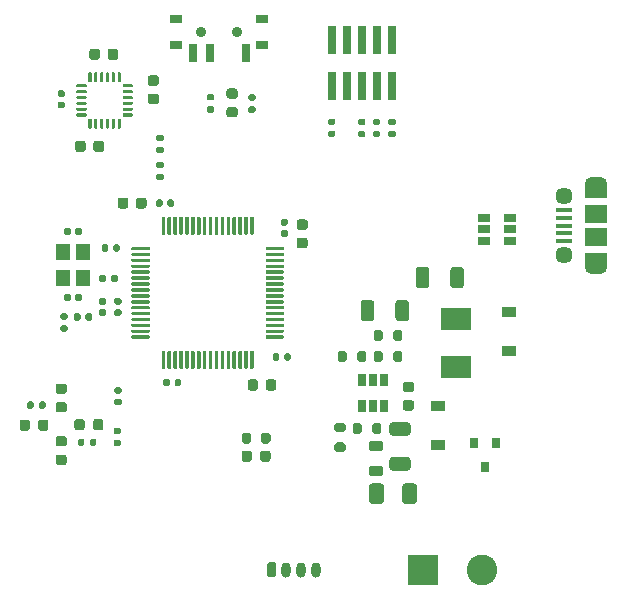
<source format=gbr>
%TF.GenerationSoftware,KiCad,Pcbnew,(5.1.10)-1*%
%TF.CreationDate,2021-09-20T20:27:13+02:00*%
%TF.ProjectId,STM32F405RG +  Gyro + I2C,53544d33-3246-4343-9035-5247202b2020,rev?*%
%TF.SameCoordinates,Original*%
%TF.FileFunction,Soldermask,Top*%
%TF.FilePolarity,Negative*%
%FSLAX46Y46*%
G04 Gerber Fmt 4.6, Leading zero omitted, Abs format (unit mm)*
G04 Created by KiCad (PCBNEW (5.1.10)-1) date 2021-09-20 20:27:13*
%MOMM*%
%LPD*%
G01*
G04 APERTURE LIST*
%ADD10R,0.740000X2.400000*%
%ADD11R,1.060000X0.650000*%
%ADD12R,1.900000X1.200000*%
%ADD13O,1.900000X1.200000*%
%ADD14R,1.900000X1.500000*%
%ADD15C,1.450000*%
%ADD16R,1.350000X0.400000*%
%ADD17R,1.200000X1.400000*%
%ADD18R,0.650000X1.060000*%
%ADD19R,1.000000X0.800000*%
%ADD20R,0.700000X1.500000*%
%ADD21C,0.900000*%
%ADD22R,0.800000X0.900000*%
%ADD23R,2.500000X1.900000*%
%ADD24C,2.600000*%
%ADD25R,2.600000X2.600000*%
%ADD26O,0.800000X1.300000*%
%ADD27R,1.200000X0.900000*%
G04 APERTURE END LIST*
%TO.C,C21*%
G36*
G01*
X140150000Y-85125000D02*
X140650000Y-85125000D01*
G75*
G02*
X140875000Y-85350000I0J-225000D01*
G01*
X140875000Y-85800000D01*
G75*
G02*
X140650000Y-86025000I-225000J0D01*
G01*
X140150000Y-86025000D01*
G75*
G02*
X139925000Y-85800000I0J225000D01*
G01*
X139925000Y-85350000D01*
G75*
G02*
X140150000Y-85125000I225000J0D01*
G01*
G37*
G36*
G01*
X140150000Y-83575000D02*
X140650000Y-83575000D01*
G75*
G02*
X140875000Y-83800000I0J-225000D01*
G01*
X140875000Y-84250000D01*
G75*
G02*
X140650000Y-84475000I-225000J0D01*
G01*
X140150000Y-84475000D01*
G75*
G02*
X139925000Y-84250000I0J225000D01*
G01*
X139925000Y-83800000D01*
G75*
G02*
X140150000Y-83575000I225000J0D01*
G01*
G37*
%TD*%
%TO.C,C20*%
G36*
G01*
X163750000Y-100049999D02*
X163750000Y-101350001D01*
G75*
G02*
X163500001Y-101600000I-249999J0D01*
G01*
X162849999Y-101600000D01*
G75*
G02*
X162600000Y-101350001I0J249999D01*
G01*
X162600000Y-100049999D01*
G75*
G02*
X162849999Y-99800000I249999J0D01*
G01*
X163500001Y-99800000D01*
G75*
G02*
X163750000Y-100049999I0J-249999D01*
G01*
G37*
G36*
G01*
X166700000Y-100049999D02*
X166700000Y-101350001D01*
G75*
G02*
X166450001Y-101600000I-249999J0D01*
G01*
X165799999Y-101600000D01*
G75*
G02*
X165550000Y-101350001I0J249999D01*
G01*
X165550000Y-100049999D01*
G75*
G02*
X165799999Y-99800000I249999J0D01*
G01*
X166450001Y-99800000D01*
G75*
G02*
X166700000Y-100049999I0J-249999D01*
G01*
G37*
%TD*%
D10*
%TO.C,J3*%
X155500000Y-84490000D03*
X155500000Y-80590000D03*
X156770000Y-84490000D03*
X156770000Y-80590000D03*
X158040000Y-84490000D03*
X158040000Y-80590000D03*
X159310000Y-84490000D03*
X159310000Y-80590000D03*
X160580000Y-84490000D03*
X160580000Y-80590000D03*
%TD*%
%TO.C,U4*%
G36*
G01*
X141100000Y-97025000D02*
X141100000Y-95625000D01*
G75*
G02*
X141175000Y-95550000I75000J0D01*
G01*
X141325000Y-95550000D01*
G75*
G02*
X141400000Y-95625000I0J-75000D01*
G01*
X141400000Y-97025000D01*
G75*
G02*
X141325000Y-97100000I-75000J0D01*
G01*
X141175000Y-97100000D01*
G75*
G02*
X141100000Y-97025000I0J75000D01*
G01*
G37*
G36*
G01*
X141600000Y-97025000D02*
X141600000Y-95625000D01*
G75*
G02*
X141675000Y-95550000I75000J0D01*
G01*
X141825000Y-95550000D01*
G75*
G02*
X141900000Y-95625000I0J-75000D01*
G01*
X141900000Y-97025000D01*
G75*
G02*
X141825000Y-97100000I-75000J0D01*
G01*
X141675000Y-97100000D01*
G75*
G02*
X141600000Y-97025000I0J75000D01*
G01*
G37*
G36*
G01*
X142100000Y-97025000D02*
X142100000Y-95625000D01*
G75*
G02*
X142175000Y-95550000I75000J0D01*
G01*
X142325000Y-95550000D01*
G75*
G02*
X142400000Y-95625000I0J-75000D01*
G01*
X142400000Y-97025000D01*
G75*
G02*
X142325000Y-97100000I-75000J0D01*
G01*
X142175000Y-97100000D01*
G75*
G02*
X142100000Y-97025000I0J75000D01*
G01*
G37*
G36*
G01*
X142600000Y-97025000D02*
X142600000Y-95625000D01*
G75*
G02*
X142675000Y-95550000I75000J0D01*
G01*
X142825000Y-95550000D01*
G75*
G02*
X142900000Y-95625000I0J-75000D01*
G01*
X142900000Y-97025000D01*
G75*
G02*
X142825000Y-97100000I-75000J0D01*
G01*
X142675000Y-97100000D01*
G75*
G02*
X142600000Y-97025000I0J75000D01*
G01*
G37*
G36*
G01*
X143100000Y-97025000D02*
X143100000Y-95625000D01*
G75*
G02*
X143175000Y-95550000I75000J0D01*
G01*
X143325000Y-95550000D01*
G75*
G02*
X143400000Y-95625000I0J-75000D01*
G01*
X143400000Y-97025000D01*
G75*
G02*
X143325000Y-97100000I-75000J0D01*
G01*
X143175000Y-97100000D01*
G75*
G02*
X143100000Y-97025000I0J75000D01*
G01*
G37*
G36*
G01*
X143600000Y-97025000D02*
X143600000Y-95625000D01*
G75*
G02*
X143675000Y-95550000I75000J0D01*
G01*
X143825000Y-95550000D01*
G75*
G02*
X143900000Y-95625000I0J-75000D01*
G01*
X143900000Y-97025000D01*
G75*
G02*
X143825000Y-97100000I-75000J0D01*
G01*
X143675000Y-97100000D01*
G75*
G02*
X143600000Y-97025000I0J75000D01*
G01*
G37*
G36*
G01*
X144100000Y-97025000D02*
X144100000Y-95625000D01*
G75*
G02*
X144175000Y-95550000I75000J0D01*
G01*
X144325000Y-95550000D01*
G75*
G02*
X144400000Y-95625000I0J-75000D01*
G01*
X144400000Y-97025000D01*
G75*
G02*
X144325000Y-97100000I-75000J0D01*
G01*
X144175000Y-97100000D01*
G75*
G02*
X144100000Y-97025000I0J75000D01*
G01*
G37*
G36*
G01*
X144600000Y-97025000D02*
X144600000Y-95625000D01*
G75*
G02*
X144675000Y-95550000I75000J0D01*
G01*
X144825000Y-95550000D01*
G75*
G02*
X144900000Y-95625000I0J-75000D01*
G01*
X144900000Y-97025000D01*
G75*
G02*
X144825000Y-97100000I-75000J0D01*
G01*
X144675000Y-97100000D01*
G75*
G02*
X144600000Y-97025000I0J75000D01*
G01*
G37*
G36*
G01*
X145100000Y-97025000D02*
X145100000Y-95625000D01*
G75*
G02*
X145175000Y-95550000I75000J0D01*
G01*
X145325000Y-95550000D01*
G75*
G02*
X145400000Y-95625000I0J-75000D01*
G01*
X145400000Y-97025000D01*
G75*
G02*
X145325000Y-97100000I-75000J0D01*
G01*
X145175000Y-97100000D01*
G75*
G02*
X145100000Y-97025000I0J75000D01*
G01*
G37*
G36*
G01*
X145600000Y-97025000D02*
X145600000Y-95625000D01*
G75*
G02*
X145675000Y-95550000I75000J0D01*
G01*
X145825000Y-95550000D01*
G75*
G02*
X145900000Y-95625000I0J-75000D01*
G01*
X145900000Y-97025000D01*
G75*
G02*
X145825000Y-97100000I-75000J0D01*
G01*
X145675000Y-97100000D01*
G75*
G02*
X145600000Y-97025000I0J75000D01*
G01*
G37*
G36*
G01*
X146100000Y-97025000D02*
X146100000Y-95625000D01*
G75*
G02*
X146175000Y-95550000I75000J0D01*
G01*
X146325000Y-95550000D01*
G75*
G02*
X146400000Y-95625000I0J-75000D01*
G01*
X146400000Y-97025000D01*
G75*
G02*
X146325000Y-97100000I-75000J0D01*
G01*
X146175000Y-97100000D01*
G75*
G02*
X146100000Y-97025000I0J75000D01*
G01*
G37*
G36*
G01*
X146600000Y-97025000D02*
X146600000Y-95625000D01*
G75*
G02*
X146675000Y-95550000I75000J0D01*
G01*
X146825000Y-95550000D01*
G75*
G02*
X146900000Y-95625000I0J-75000D01*
G01*
X146900000Y-97025000D01*
G75*
G02*
X146825000Y-97100000I-75000J0D01*
G01*
X146675000Y-97100000D01*
G75*
G02*
X146600000Y-97025000I0J75000D01*
G01*
G37*
G36*
G01*
X147100000Y-97025000D02*
X147100000Y-95625000D01*
G75*
G02*
X147175000Y-95550000I75000J0D01*
G01*
X147325000Y-95550000D01*
G75*
G02*
X147400000Y-95625000I0J-75000D01*
G01*
X147400000Y-97025000D01*
G75*
G02*
X147325000Y-97100000I-75000J0D01*
G01*
X147175000Y-97100000D01*
G75*
G02*
X147100000Y-97025000I0J75000D01*
G01*
G37*
G36*
G01*
X147600000Y-97025000D02*
X147600000Y-95625000D01*
G75*
G02*
X147675000Y-95550000I75000J0D01*
G01*
X147825000Y-95550000D01*
G75*
G02*
X147900000Y-95625000I0J-75000D01*
G01*
X147900000Y-97025000D01*
G75*
G02*
X147825000Y-97100000I-75000J0D01*
G01*
X147675000Y-97100000D01*
G75*
G02*
X147600000Y-97025000I0J75000D01*
G01*
G37*
G36*
G01*
X148100000Y-97025000D02*
X148100000Y-95625000D01*
G75*
G02*
X148175000Y-95550000I75000J0D01*
G01*
X148325000Y-95550000D01*
G75*
G02*
X148400000Y-95625000I0J-75000D01*
G01*
X148400000Y-97025000D01*
G75*
G02*
X148325000Y-97100000I-75000J0D01*
G01*
X148175000Y-97100000D01*
G75*
G02*
X148100000Y-97025000I0J75000D01*
G01*
G37*
G36*
G01*
X148600000Y-97025000D02*
X148600000Y-95625000D01*
G75*
G02*
X148675000Y-95550000I75000J0D01*
G01*
X148825000Y-95550000D01*
G75*
G02*
X148900000Y-95625000I0J-75000D01*
G01*
X148900000Y-97025000D01*
G75*
G02*
X148825000Y-97100000I-75000J0D01*
G01*
X148675000Y-97100000D01*
G75*
G02*
X148600000Y-97025000I0J75000D01*
G01*
G37*
G36*
G01*
X149900000Y-98325000D02*
X149900000Y-98175000D01*
G75*
G02*
X149975000Y-98100000I75000J0D01*
G01*
X151375000Y-98100000D01*
G75*
G02*
X151450000Y-98175000I0J-75000D01*
G01*
X151450000Y-98325000D01*
G75*
G02*
X151375000Y-98400000I-75000J0D01*
G01*
X149975000Y-98400000D01*
G75*
G02*
X149900000Y-98325000I0J75000D01*
G01*
G37*
G36*
G01*
X149900000Y-98825000D02*
X149900000Y-98675000D01*
G75*
G02*
X149975000Y-98600000I75000J0D01*
G01*
X151375000Y-98600000D01*
G75*
G02*
X151450000Y-98675000I0J-75000D01*
G01*
X151450000Y-98825000D01*
G75*
G02*
X151375000Y-98900000I-75000J0D01*
G01*
X149975000Y-98900000D01*
G75*
G02*
X149900000Y-98825000I0J75000D01*
G01*
G37*
G36*
G01*
X149900000Y-99325000D02*
X149900000Y-99175000D01*
G75*
G02*
X149975000Y-99100000I75000J0D01*
G01*
X151375000Y-99100000D01*
G75*
G02*
X151450000Y-99175000I0J-75000D01*
G01*
X151450000Y-99325000D01*
G75*
G02*
X151375000Y-99400000I-75000J0D01*
G01*
X149975000Y-99400000D01*
G75*
G02*
X149900000Y-99325000I0J75000D01*
G01*
G37*
G36*
G01*
X149900000Y-99825000D02*
X149900000Y-99675000D01*
G75*
G02*
X149975000Y-99600000I75000J0D01*
G01*
X151375000Y-99600000D01*
G75*
G02*
X151450000Y-99675000I0J-75000D01*
G01*
X151450000Y-99825000D01*
G75*
G02*
X151375000Y-99900000I-75000J0D01*
G01*
X149975000Y-99900000D01*
G75*
G02*
X149900000Y-99825000I0J75000D01*
G01*
G37*
G36*
G01*
X149900000Y-100325000D02*
X149900000Y-100175000D01*
G75*
G02*
X149975000Y-100100000I75000J0D01*
G01*
X151375000Y-100100000D01*
G75*
G02*
X151450000Y-100175000I0J-75000D01*
G01*
X151450000Y-100325000D01*
G75*
G02*
X151375000Y-100400000I-75000J0D01*
G01*
X149975000Y-100400000D01*
G75*
G02*
X149900000Y-100325000I0J75000D01*
G01*
G37*
G36*
G01*
X149900000Y-100825000D02*
X149900000Y-100675000D01*
G75*
G02*
X149975000Y-100600000I75000J0D01*
G01*
X151375000Y-100600000D01*
G75*
G02*
X151450000Y-100675000I0J-75000D01*
G01*
X151450000Y-100825000D01*
G75*
G02*
X151375000Y-100900000I-75000J0D01*
G01*
X149975000Y-100900000D01*
G75*
G02*
X149900000Y-100825000I0J75000D01*
G01*
G37*
G36*
G01*
X149900000Y-101325000D02*
X149900000Y-101175000D01*
G75*
G02*
X149975000Y-101100000I75000J0D01*
G01*
X151375000Y-101100000D01*
G75*
G02*
X151450000Y-101175000I0J-75000D01*
G01*
X151450000Y-101325000D01*
G75*
G02*
X151375000Y-101400000I-75000J0D01*
G01*
X149975000Y-101400000D01*
G75*
G02*
X149900000Y-101325000I0J75000D01*
G01*
G37*
G36*
G01*
X149900000Y-101825000D02*
X149900000Y-101675000D01*
G75*
G02*
X149975000Y-101600000I75000J0D01*
G01*
X151375000Y-101600000D01*
G75*
G02*
X151450000Y-101675000I0J-75000D01*
G01*
X151450000Y-101825000D01*
G75*
G02*
X151375000Y-101900000I-75000J0D01*
G01*
X149975000Y-101900000D01*
G75*
G02*
X149900000Y-101825000I0J75000D01*
G01*
G37*
G36*
G01*
X149900000Y-102325000D02*
X149900000Y-102175000D01*
G75*
G02*
X149975000Y-102100000I75000J0D01*
G01*
X151375000Y-102100000D01*
G75*
G02*
X151450000Y-102175000I0J-75000D01*
G01*
X151450000Y-102325000D01*
G75*
G02*
X151375000Y-102400000I-75000J0D01*
G01*
X149975000Y-102400000D01*
G75*
G02*
X149900000Y-102325000I0J75000D01*
G01*
G37*
G36*
G01*
X149900000Y-102825000D02*
X149900000Y-102675000D01*
G75*
G02*
X149975000Y-102600000I75000J0D01*
G01*
X151375000Y-102600000D01*
G75*
G02*
X151450000Y-102675000I0J-75000D01*
G01*
X151450000Y-102825000D01*
G75*
G02*
X151375000Y-102900000I-75000J0D01*
G01*
X149975000Y-102900000D01*
G75*
G02*
X149900000Y-102825000I0J75000D01*
G01*
G37*
G36*
G01*
X149900000Y-103325000D02*
X149900000Y-103175000D01*
G75*
G02*
X149975000Y-103100000I75000J0D01*
G01*
X151375000Y-103100000D01*
G75*
G02*
X151450000Y-103175000I0J-75000D01*
G01*
X151450000Y-103325000D01*
G75*
G02*
X151375000Y-103400000I-75000J0D01*
G01*
X149975000Y-103400000D01*
G75*
G02*
X149900000Y-103325000I0J75000D01*
G01*
G37*
G36*
G01*
X149900000Y-103825000D02*
X149900000Y-103675000D01*
G75*
G02*
X149975000Y-103600000I75000J0D01*
G01*
X151375000Y-103600000D01*
G75*
G02*
X151450000Y-103675000I0J-75000D01*
G01*
X151450000Y-103825000D01*
G75*
G02*
X151375000Y-103900000I-75000J0D01*
G01*
X149975000Y-103900000D01*
G75*
G02*
X149900000Y-103825000I0J75000D01*
G01*
G37*
G36*
G01*
X149900000Y-104325000D02*
X149900000Y-104175000D01*
G75*
G02*
X149975000Y-104100000I75000J0D01*
G01*
X151375000Y-104100000D01*
G75*
G02*
X151450000Y-104175000I0J-75000D01*
G01*
X151450000Y-104325000D01*
G75*
G02*
X151375000Y-104400000I-75000J0D01*
G01*
X149975000Y-104400000D01*
G75*
G02*
X149900000Y-104325000I0J75000D01*
G01*
G37*
G36*
G01*
X149900000Y-104825000D02*
X149900000Y-104675000D01*
G75*
G02*
X149975000Y-104600000I75000J0D01*
G01*
X151375000Y-104600000D01*
G75*
G02*
X151450000Y-104675000I0J-75000D01*
G01*
X151450000Y-104825000D01*
G75*
G02*
X151375000Y-104900000I-75000J0D01*
G01*
X149975000Y-104900000D01*
G75*
G02*
X149900000Y-104825000I0J75000D01*
G01*
G37*
G36*
G01*
X149900000Y-105325000D02*
X149900000Y-105175000D01*
G75*
G02*
X149975000Y-105100000I75000J0D01*
G01*
X151375000Y-105100000D01*
G75*
G02*
X151450000Y-105175000I0J-75000D01*
G01*
X151450000Y-105325000D01*
G75*
G02*
X151375000Y-105400000I-75000J0D01*
G01*
X149975000Y-105400000D01*
G75*
G02*
X149900000Y-105325000I0J75000D01*
G01*
G37*
G36*
G01*
X149900000Y-105825000D02*
X149900000Y-105675000D01*
G75*
G02*
X149975000Y-105600000I75000J0D01*
G01*
X151375000Y-105600000D01*
G75*
G02*
X151450000Y-105675000I0J-75000D01*
G01*
X151450000Y-105825000D01*
G75*
G02*
X151375000Y-105900000I-75000J0D01*
G01*
X149975000Y-105900000D01*
G75*
G02*
X149900000Y-105825000I0J75000D01*
G01*
G37*
G36*
G01*
X148600000Y-108375000D02*
X148600000Y-106975000D01*
G75*
G02*
X148675000Y-106900000I75000J0D01*
G01*
X148825000Y-106900000D01*
G75*
G02*
X148900000Y-106975000I0J-75000D01*
G01*
X148900000Y-108375000D01*
G75*
G02*
X148825000Y-108450000I-75000J0D01*
G01*
X148675000Y-108450000D01*
G75*
G02*
X148600000Y-108375000I0J75000D01*
G01*
G37*
G36*
G01*
X148100000Y-108375000D02*
X148100000Y-106975000D01*
G75*
G02*
X148175000Y-106900000I75000J0D01*
G01*
X148325000Y-106900000D01*
G75*
G02*
X148400000Y-106975000I0J-75000D01*
G01*
X148400000Y-108375000D01*
G75*
G02*
X148325000Y-108450000I-75000J0D01*
G01*
X148175000Y-108450000D01*
G75*
G02*
X148100000Y-108375000I0J75000D01*
G01*
G37*
G36*
G01*
X147600000Y-108375000D02*
X147600000Y-106975000D01*
G75*
G02*
X147675000Y-106900000I75000J0D01*
G01*
X147825000Y-106900000D01*
G75*
G02*
X147900000Y-106975000I0J-75000D01*
G01*
X147900000Y-108375000D01*
G75*
G02*
X147825000Y-108450000I-75000J0D01*
G01*
X147675000Y-108450000D01*
G75*
G02*
X147600000Y-108375000I0J75000D01*
G01*
G37*
G36*
G01*
X147100000Y-108375000D02*
X147100000Y-106975000D01*
G75*
G02*
X147175000Y-106900000I75000J0D01*
G01*
X147325000Y-106900000D01*
G75*
G02*
X147400000Y-106975000I0J-75000D01*
G01*
X147400000Y-108375000D01*
G75*
G02*
X147325000Y-108450000I-75000J0D01*
G01*
X147175000Y-108450000D01*
G75*
G02*
X147100000Y-108375000I0J75000D01*
G01*
G37*
G36*
G01*
X146600000Y-108375000D02*
X146600000Y-106975000D01*
G75*
G02*
X146675000Y-106900000I75000J0D01*
G01*
X146825000Y-106900000D01*
G75*
G02*
X146900000Y-106975000I0J-75000D01*
G01*
X146900000Y-108375000D01*
G75*
G02*
X146825000Y-108450000I-75000J0D01*
G01*
X146675000Y-108450000D01*
G75*
G02*
X146600000Y-108375000I0J75000D01*
G01*
G37*
G36*
G01*
X146100000Y-108375000D02*
X146100000Y-106975000D01*
G75*
G02*
X146175000Y-106900000I75000J0D01*
G01*
X146325000Y-106900000D01*
G75*
G02*
X146400000Y-106975000I0J-75000D01*
G01*
X146400000Y-108375000D01*
G75*
G02*
X146325000Y-108450000I-75000J0D01*
G01*
X146175000Y-108450000D01*
G75*
G02*
X146100000Y-108375000I0J75000D01*
G01*
G37*
G36*
G01*
X145600000Y-108375000D02*
X145600000Y-106975000D01*
G75*
G02*
X145675000Y-106900000I75000J0D01*
G01*
X145825000Y-106900000D01*
G75*
G02*
X145900000Y-106975000I0J-75000D01*
G01*
X145900000Y-108375000D01*
G75*
G02*
X145825000Y-108450000I-75000J0D01*
G01*
X145675000Y-108450000D01*
G75*
G02*
X145600000Y-108375000I0J75000D01*
G01*
G37*
G36*
G01*
X145100000Y-108375000D02*
X145100000Y-106975000D01*
G75*
G02*
X145175000Y-106900000I75000J0D01*
G01*
X145325000Y-106900000D01*
G75*
G02*
X145400000Y-106975000I0J-75000D01*
G01*
X145400000Y-108375000D01*
G75*
G02*
X145325000Y-108450000I-75000J0D01*
G01*
X145175000Y-108450000D01*
G75*
G02*
X145100000Y-108375000I0J75000D01*
G01*
G37*
G36*
G01*
X144600000Y-108375000D02*
X144600000Y-106975000D01*
G75*
G02*
X144675000Y-106900000I75000J0D01*
G01*
X144825000Y-106900000D01*
G75*
G02*
X144900000Y-106975000I0J-75000D01*
G01*
X144900000Y-108375000D01*
G75*
G02*
X144825000Y-108450000I-75000J0D01*
G01*
X144675000Y-108450000D01*
G75*
G02*
X144600000Y-108375000I0J75000D01*
G01*
G37*
G36*
G01*
X144100000Y-108375000D02*
X144100000Y-106975000D01*
G75*
G02*
X144175000Y-106900000I75000J0D01*
G01*
X144325000Y-106900000D01*
G75*
G02*
X144400000Y-106975000I0J-75000D01*
G01*
X144400000Y-108375000D01*
G75*
G02*
X144325000Y-108450000I-75000J0D01*
G01*
X144175000Y-108450000D01*
G75*
G02*
X144100000Y-108375000I0J75000D01*
G01*
G37*
G36*
G01*
X143600000Y-108375000D02*
X143600000Y-106975000D01*
G75*
G02*
X143675000Y-106900000I75000J0D01*
G01*
X143825000Y-106900000D01*
G75*
G02*
X143900000Y-106975000I0J-75000D01*
G01*
X143900000Y-108375000D01*
G75*
G02*
X143825000Y-108450000I-75000J0D01*
G01*
X143675000Y-108450000D01*
G75*
G02*
X143600000Y-108375000I0J75000D01*
G01*
G37*
G36*
G01*
X143100000Y-108375000D02*
X143100000Y-106975000D01*
G75*
G02*
X143175000Y-106900000I75000J0D01*
G01*
X143325000Y-106900000D01*
G75*
G02*
X143400000Y-106975000I0J-75000D01*
G01*
X143400000Y-108375000D01*
G75*
G02*
X143325000Y-108450000I-75000J0D01*
G01*
X143175000Y-108450000D01*
G75*
G02*
X143100000Y-108375000I0J75000D01*
G01*
G37*
G36*
G01*
X142600000Y-108375000D02*
X142600000Y-106975000D01*
G75*
G02*
X142675000Y-106900000I75000J0D01*
G01*
X142825000Y-106900000D01*
G75*
G02*
X142900000Y-106975000I0J-75000D01*
G01*
X142900000Y-108375000D01*
G75*
G02*
X142825000Y-108450000I-75000J0D01*
G01*
X142675000Y-108450000D01*
G75*
G02*
X142600000Y-108375000I0J75000D01*
G01*
G37*
G36*
G01*
X142100000Y-108375000D02*
X142100000Y-106975000D01*
G75*
G02*
X142175000Y-106900000I75000J0D01*
G01*
X142325000Y-106900000D01*
G75*
G02*
X142400000Y-106975000I0J-75000D01*
G01*
X142400000Y-108375000D01*
G75*
G02*
X142325000Y-108450000I-75000J0D01*
G01*
X142175000Y-108450000D01*
G75*
G02*
X142100000Y-108375000I0J75000D01*
G01*
G37*
G36*
G01*
X141600000Y-108375000D02*
X141600000Y-106975000D01*
G75*
G02*
X141675000Y-106900000I75000J0D01*
G01*
X141825000Y-106900000D01*
G75*
G02*
X141900000Y-106975000I0J-75000D01*
G01*
X141900000Y-108375000D01*
G75*
G02*
X141825000Y-108450000I-75000J0D01*
G01*
X141675000Y-108450000D01*
G75*
G02*
X141600000Y-108375000I0J75000D01*
G01*
G37*
G36*
G01*
X141100000Y-108375000D02*
X141100000Y-106975000D01*
G75*
G02*
X141175000Y-106900000I75000J0D01*
G01*
X141325000Y-106900000D01*
G75*
G02*
X141400000Y-106975000I0J-75000D01*
G01*
X141400000Y-108375000D01*
G75*
G02*
X141325000Y-108450000I-75000J0D01*
G01*
X141175000Y-108450000D01*
G75*
G02*
X141100000Y-108375000I0J75000D01*
G01*
G37*
G36*
G01*
X138550000Y-105825000D02*
X138550000Y-105675000D01*
G75*
G02*
X138625000Y-105600000I75000J0D01*
G01*
X140025000Y-105600000D01*
G75*
G02*
X140100000Y-105675000I0J-75000D01*
G01*
X140100000Y-105825000D01*
G75*
G02*
X140025000Y-105900000I-75000J0D01*
G01*
X138625000Y-105900000D01*
G75*
G02*
X138550000Y-105825000I0J75000D01*
G01*
G37*
G36*
G01*
X138550000Y-105325000D02*
X138550000Y-105175000D01*
G75*
G02*
X138625000Y-105100000I75000J0D01*
G01*
X140025000Y-105100000D01*
G75*
G02*
X140100000Y-105175000I0J-75000D01*
G01*
X140100000Y-105325000D01*
G75*
G02*
X140025000Y-105400000I-75000J0D01*
G01*
X138625000Y-105400000D01*
G75*
G02*
X138550000Y-105325000I0J75000D01*
G01*
G37*
G36*
G01*
X138550000Y-104825000D02*
X138550000Y-104675000D01*
G75*
G02*
X138625000Y-104600000I75000J0D01*
G01*
X140025000Y-104600000D01*
G75*
G02*
X140100000Y-104675000I0J-75000D01*
G01*
X140100000Y-104825000D01*
G75*
G02*
X140025000Y-104900000I-75000J0D01*
G01*
X138625000Y-104900000D01*
G75*
G02*
X138550000Y-104825000I0J75000D01*
G01*
G37*
G36*
G01*
X138550000Y-104325000D02*
X138550000Y-104175000D01*
G75*
G02*
X138625000Y-104100000I75000J0D01*
G01*
X140025000Y-104100000D01*
G75*
G02*
X140100000Y-104175000I0J-75000D01*
G01*
X140100000Y-104325000D01*
G75*
G02*
X140025000Y-104400000I-75000J0D01*
G01*
X138625000Y-104400000D01*
G75*
G02*
X138550000Y-104325000I0J75000D01*
G01*
G37*
G36*
G01*
X138550000Y-103825000D02*
X138550000Y-103675000D01*
G75*
G02*
X138625000Y-103600000I75000J0D01*
G01*
X140025000Y-103600000D01*
G75*
G02*
X140100000Y-103675000I0J-75000D01*
G01*
X140100000Y-103825000D01*
G75*
G02*
X140025000Y-103900000I-75000J0D01*
G01*
X138625000Y-103900000D01*
G75*
G02*
X138550000Y-103825000I0J75000D01*
G01*
G37*
G36*
G01*
X138550000Y-103325000D02*
X138550000Y-103175000D01*
G75*
G02*
X138625000Y-103100000I75000J0D01*
G01*
X140025000Y-103100000D01*
G75*
G02*
X140100000Y-103175000I0J-75000D01*
G01*
X140100000Y-103325000D01*
G75*
G02*
X140025000Y-103400000I-75000J0D01*
G01*
X138625000Y-103400000D01*
G75*
G02*
X138550000Y-103325000I0J75000D01*
G01*
G37*
G36*
G01*
X138550000Y-102825000D02*
X138550000Y-102675000D01*
G75*
G02*
X138625000Y-102600000I75000J0D01*
G01*
X140025000Y-102600000D01*
G75*
G02*
X140100000Y-102675000I0J-75000D01*
G01*
X140100000Y-102825000D01*
G75*
G02*
X140025000Y-102900000I-75000J0D01*
G01*
X138625000Y-102900000D01*
G75*
G02*
X138550000Y-102825000I0J75000D01*
G01*
G37*
G36*
G01*
X138550000Y-102325000D02*
X138550000Y-102175000D01*
G75*
G02*
X138625000Y-102100000I75000J0D01*
G01*
X140025000Y-102100000D01*
G75*
G02*
X140100000Y-102175000I0J-75000D01*
G01*
X140100000Y-102325000D01*
G75*
G02*
X140025000Y-102400000I-75000J0D01*
G01*
X138625000Y-102400000D01*
G75*
G02*
X138550000Y-102325000I0J75000D01*
G01*
G37*
G36*
G01*
X138550000Y-101825000D02*
X138550000Y-101675000D01*
G75*
G02*
X138625000Y-101600000I75000J0D01*
G01*
X140025000Y-101600000D01*
G75*
G02*
X140100000Y-101675000I0J-75000D01*
G01*
X140100000Y-101825000D01*
G75*
G02*
X140025000Y-101900000I-75000J0D01*
G01*
X138625000Y-101900000D01*
G75*
G02*
X138550000Y-101825000I0J75000D01*
G01*
G37*
G36*
G01*
X138550000Y-101325000D02*
X138550000Y-101175000D01*
G75*
G02*
X138625000Y-101100000I75000J0D01*
G01*
X140025000Y-101100000D01*
G75*
G02*
X140100000Y-101175000I0J-75000D01*
G01*
X140100000Y-101325000D01*
G75*
G02*
X140025000Y-101400000I-75000J0D01*
G01*
X138625000Y-101400000D01*
G75*
G02*
X138550000Y-101325000I0J75000D01*
G01*
G37*
G36*
G01*
X138550000Y-100825000D02*
X138550000Y-100675000D01*
G75*
G02*
X138625000Y-100600000I75000J0D01*
G01*
X140025000Y-100600000D01*
G75*
G02*
X140100000Y-100675000I0J-75000D01*
G01*
X140100000Y-100825000D01*
G75*
G02*
X140025000Y-100900000I-75000J0D01*
G01*
X138625000Y-100900000D01*
G75*
G02*
X138550000Y-100825000I0J75000D01*
G01*
G37*
G36*
G01*
X138550000Y-100325000D02*
X138550000Y-100175000D01*
G75*
G02*
X138625000Y-100100000I75000J0D01*
G01*
X140025000Y-100100000D01*
G75*
G02*
X140100000Y-100175000I0J-75000D01*
G01*
X140100000Y-100325000D01*
G75*
G02*
X140025000Y-100400000I-75000J0D01*
G01*
X138625000Y-100400000D01*
G75*
G02*
X138550000Y-100325000I0J75000D01*
G01*
G37*
G36*
G01*
X138550000Y-99825000D02*
X138550000Y-99675000D01*
G75*
G02*
X138625000Y-99600000I75000J0D01*
G01*
X140025000Y-99600000D01*
G75*
G02*
X140100000Y-99675000I0J-75000D01*
G01*
X140100000Y-99825000D01*
G75*
G02*
X140025000Y-99900000I-75000J0D01*
G01*
X138625000Y-99900000D01*
G75*
G02*
X138550000Y-99825000I0J75000D01*
G01*
G37*
G36*
G01*
X138550000Y-99325000D02*
X138550000Y-99175000D01*
G75*
G02*
X138625000Y-99100000I75000J0D01*
G01*
X140025000Y-99100000D01*
G75*
G02*
X140100000Y-99175000I0J-75000D01*
G01*
X140100000Y-99325000D01*
G75*
G02*
X140025000Y-99400000I-75000J0D01*
G01*
X138625000Y-99400000D01*
G75*
G02*
X138550000Y-99325000I0J75000D01*
G01*
G37*
G36*
G01*
X138550000Y-98825000D02*
X138550000Y-98675000D01*
G75*
G02*
X138625000Y-98600000I75000J0D01*
G01*
X140025000Y-98600000D01*
G75*
G02*
X140100000Y-98675000I0J-75000D01*
G01*
X140100000Y-98825000D01*
G75*
G02*
X140025000Y-98900000I-75000J0D01*
G01*
X138625000Y-98900000D01*
G75*
G02*
X138550000Y-98825000I0J75000D01*
G01*
G37*
G36*
G01*
X138550000Y-98325000D02*
X138550000Y-98175000D01*
G75*
G02*
X138625000Y-98100000I75000J0D01*
G01*
X140025000Y-98100000D01*
G75*
G02*
X140100000Y-98175000I0J-75000D01*
G01*
X140100000Y-98325000D01*
G75*
G02*
X140025000Y-98400000I-75000J0D01*
G01*
X138625000Y-98400000D01*
G75*
G02*
X138550000Y-98325000I0J75000D01*
G01*
G37*
%TD*%
D11*
%TO.C,U3*%
X168400000Y-96625000D03*
X168400000Y-97575000D03*
X168400000Y-95675000D03*
X170600000Y-95675000D03*
X170600000Y-96625000D03*
X170600000Y-97575000D03*
%TD*%
D12*
%TO.C,J1*%
X177900000Y-99200000D03*
X177900000Y-93400000D03*
D13*
X177900000Y-92800000D03*
X177900000Y-99800000D03*
D14*
X177900000Y-97300000D03*
D15*
X175200000Y-93800000D03*
D16*
X175200000Y-96300000D03*
X175200000Y-95650000D03*
X175200000Y-95000000D03*
X175200000Y-97600000D03*
X175200000Y-96950000D03*
D15*
X175200000Y-98800000D03*
D14*
X177900000Y-95300000D03*
%TD*%
%TO.C,C8*%
G36*
G01*
X134675000Y-89350000D02*
X134675000Y-89850000D01*
G75*
G02*
X134450000Y-90075000I-225000J0D01*
G01*
X134000000Y-90075000D01*
G75*
G02*
X133775000Y-89850000I0J225000D01*
G01*
X133775000Y-89350000D01*
G75*
G02*
X134000000Y-89125000I225000J0D01*
G01*
X134450000Y-89125000D01*
G75*
G02*
X134675000Y-89350000I0J-225000D01*
G01*
G37*
G36*
G01*
X136225000Y-89350000D02*
X136225000Y-89850000D01*
G75*
G02*
X136000000Y-90075000I-225000J0D01*
G01*
X135550000Y-90075000D01*
G75*
G02*
X135325000Y-89850000I0J225000D01*
G01*
X135325000Y-89350000D01*
G75*
G02*
X135550000Y-89125000I225000J0D01*
G01*
X136000000Y-89125000D01*
G75*
G02*
X136225000Y-89350000I0J-225000D01*
G01*
G37*
%TD*%
%TO.C,C7*%
G36*
G01*
X136525000Y-82050000D02*
X136525000Y-81550000D01*
G75*
G02*
X136750000Y-81325000I225000J0D01*
G01*
X137200000Y-81325000D01*
G75*
G02*
X137425000Y-81550000I0J-225000D01*
G01*
X137425000Y-82050000D01*
G75*
G02*
X137200000Y-82275000I-225000J0D01*
G01*
X136750000Y-82275000D01*
G75*
G02*
X136525000Y-82050000I0J225000D01*
G01*
G37*
G36*
G01*
X134975000Y-82050000D02*
X134975000Y-81550000D01*
G75*
G02*
X135200000Y-81325000I225000J0D01*
G01*
X135650000Y-81325000D01*
G75*
G02*
X135875000Y-81550000I0J-225000D01*
G01*
X135875000Y-82050000D01*
G75*
G02*
X135650000Y-82275000I-225000J0D01*
G01*
X135200000Y-82275000D01*
G75*
G02*
X134975000Y-82050000I0J225000D01*
G01*
G37*
%TD*%
%TO.C,R20*%
G36*
G01*
X148565000Y-86210000D02*
X148935000Y-86210000D01*
G75*
G02*
X149070000Y-86345000I0J-135000D01*
G01*
X149070000Y-86615000D01*
G75*
G02*
X148935000Y-86750000I-135000J0D01*
G01*
X148565000Y-86750000D01*
G75*
G02*
X148430000Y-86615000I0J135000D01*
G01*
X148430000Y-86345000D01*
G75*
G02*
X148565000Y-86210000I135000J0D01*
G01*
G37*
G36*
G01*
X148565000Y-85190000D02*
X148935000Y-85190000D01*
G75*
G02*
X149070000Y-85325000I0J-135000D01*
G01*
X149070000Y-85595000D01*
G75*
G02*
X148935000Y-85730000I-135000J0D01*
G01*
X148565000Y-85730000D01*
G75*
G02*
X148430000Y-85595000I0J135000D01*
G01*
X148430000Y-85325000D01*
G75*
G02*
X148565000Y-85190000I135000J0D01*
G01*
G37*
%TD*%
%TO.C,R19*%
G36*
G01*
X134560000Y-114465000D02*
X134560000Y-114835000D01*
G75*
G02*
X134425000Y-114970000I-135000J0D01*
G01*
X134155000Y-114970000D01*
G75*
G02*
X134020000Y-114835000I0J135000D01*
G01*
X134020000Y-114465000D01*
G75*
G02*
X134155000Y-114330000I135000J0D01*
G01*
X134425000Y-114330000D01*
G75*
G02*
X134560000Y-114465000I0J-135000D01*
G01*
G37*
G36*
G01*
X135580000Y-114465000D02*
X135580000Y-114835000D01*
G75*
G02*
X135445000Y-114970000I-135000J0D01*
G01*
X135175000Y-114970000D01*
G75*
G02*
X135040000Y-114835000I0J135000D01*
G01*
X135040000Y-114465000D01*
G75*
G02*
X135175000Y-114330000I135000J0D01*
G01*
X135445000Y-114330000D01*
G75*
G02*
X135580000Y-114465000I0J-135000D01*
G01*
G37*
%TD*%
%TO.C,R18*%
G36*
G01*
X130740000Y-111685000D02*
X130740000Y-111315000D01*
G75*
G02*
X130875000Y-111180000I135000J0D01*
G01*
X131145000Y-111180000D01*
G75*
G02*
X131280000Y-111315000I0J-135000D01*
G01*
X131280000Y-111685000D01*
G75*
G02*
X131145000Y-111820000I-135000J0D01*
G01*
X130875000Y-111820000D01*
G75*
G02*
X130740000Y-111685000I0J135000D01*
G01*
G37*
G36*
G01*
X129720000Y-111685000D02*
X129720000Y-111315000D01*
G75*
G02*
X129855000Y-111180000I135000J0D01*
G01*
X130125000Y-111180000D01*
G75*
G02*
X130260000Y-111315000I0J-135000D01*
G01*
X130260000Y-111685000D01*
G75*
G02*
X130125000Y-111820000I-135000J0D01*
G01*
X129855000Y-111820000D01*
G75*
G02*
X129720000Y-111685000I0J135000D01*
G01*
G37*
%TD*%
%TO.C,R17*%
G36*
G01*
X137535000Y-113960000D02*
X137165000Y-113960000D01*
G75*
G02*
X137030000Y-113825000I0J135000D01*
G01*
X137030000Y-113555000D01*
G75*
G02*
X137165000Y-113420000I135000J0D01*
G01*
X137535000Y-113420000D01*
G75*
G02*
X137670000Y-113555000I0J-135000D01*
G01*
X137670000Y-113825000D01*
G75*
G02*
X137535000Y-113960000I-135000J0D01*
G01*
G37*
G36*
G01*
X137535000Y-114980000D02*
X137165000Y-114980000D01*
G75*
G02*
X137030000Y-114845000I0J135000D01*
G01*
X137030000Y-114575000D01*
G75*
G02*
X137165000Y-114440000I135000J0D01*
G01*
X137535000Y-114440000D01*
G75*
G02*
X137670000Y-114575000I0J-135000D01*
G01*
X137670000Y-114845000D01*
G75*
G02*
X137535000Y-114980000I-135000J0D01*
G01*
G37*
%TD*%
%TO.C,R16*%
G36*
G01*
X132657000Y-104742000D02*
X133027000Y-104742000D01*
G75*
G02*
X133162000Y-104877000I0J-135000D01*
G01*
X133162000Y-105147000D01*
G75*
G02*
X133027000Y-105282000I-135000J0D01*
G01*
X132657000Y-105282000D01*
G75*
G02*
X132522000Y-105147000I0J135000D01*
G01*
X132522000Y-104877000D01*
G75*
G02*
X132657000Y-104742000I135000J0D01*
G01*
G37*
G36*
G01*
X132657000Y-103722000D02*
X133027000Y-103722000D01*
G75*
G02*
X133162000Y-103857000I0J-135000D01*
G01*
X133162000Y-104127000D01*
G75*
G02*
X133027000Y-104262000I-135000J0D01*
G01*
X132657000Y-104262000D01*
G75*
G02*
X132522000Y-104127000I0J135000D01*
G01*
X132522000Y-103857000D01*
G75*
G02*
X132657000Y-103722000I135000J0D01*
G01*
G37*
%TD*%
%TO.C,R15*%
G36*
G01*
X140785000Y-89648000D02*
X141155000Y-89648000D01*
G75*
G02*
X141290000Y-89783000I0J-135000D01*
G01*
X141290000Y-90053000D01*
G75*
G02*
X141155000Y-90188000I-135000J0D01*
G01*
X140785000Y-90188000D01*
G75*
G02*
X140650000Y-90053000I0J135000D01*
G01*
X140650000Y-89783000D01*
G75*
G02*
X140785000Y-89648000I135000J0D01*
G01*
G37*
G36*
G01*
X140785000Y-88628000D02*
X141155000Y-88628000D01*
G75*
G02*
X141290000Y-88763000I0J-135000D01*
G01*
X141290000Y-89033000D01*
G75*
G02*
X141155000Y-89168000I-135000J0D01*
G01*
X140785000Y-89168000D01*
G75*
G02*
X140650000Y-89033000I0J135000D01*
G01*
X140650000Y-88763000D01*
G75*
G02*
X140785000Y-88628000I135000J0D01*
G01*
G37*
%TD*%
%TO.C,R14*%
G36*
G01*
X140785000Y-91934000D02*
X141155000Y-91934000D01*
G75*
G02*
X141290000Y-92069000I0J-135000D01*
G01*
X141290000Y-92339000D01*
G75*
G02*
X141155000Y-92474000I-135000J0D01*
G01*
X140785000Y-92474000D01*
G75*
G02*
X140650000Y-92339000I0J135000D01*
G01*
X140650000Y-92069000D01*
G75*
G02*
X140785000Y-91934000I135000J0D01*
G01*
G37*
G36*
G01*
X140785000Y-90914000D02*
X141155000Y-90914000D01*
G75*
G02*
X141290000Y-91049000I0J-135000D01*
G01*
X141290000Y-91319000D01*
G75*
G02*
X141155000Y-91454000I-135000J0D01*
G01*
X140785000Y-91454000D01*
G75*
G02*
X140650000Y-91319000I0J135000D01*
G01*
X140650000Y-91049000D01*
G75*
G02*
X140785000Y-90914000I135000J0D01*
G01*
G37*
%TD*%
%TO.C,L2*%
G36*
G01*
X134640000Y-104222500D02*
X134640000Y-103877500D01*
G75*
G02*
X134787500Y-103730000I147500J0D01*
G01*
X135082500Y-103730000D01*
G75*
G02*
X135230000Y-103877500I0J-147500D01*
G01*
X135230000Y-104222500D01*
G75*
G02*
X135082500Y-104370000I-147500J0D01*
G01*
X134787500Y-104370000D01*
G75*
G02*
X134640000Y-104222500I0J147500D01*
G01*
G37*
G36*
G01*
X133670000Y-104222500D02*
X133670000Y-103877500D01*
G75*
G02*
X133817500Y-103730000I147500J0D01*
G01*
X134112500Y-103730000D01*
G75*
G02*
X134260000Y-103877500I0J-147500D01*
G01*
X134260000Y-104222500D01*
G75*
G02*
X134112500Y-104370000I-147500J0D01*
G01*
X133817500Y-104370000D01*
G75*
G02*
X133670000Y-104222500I0J147500D01*
G01*
G37*
%TD*%
D17*
%TO.C,Y1*%
X134450000Y-98500000D03*
X134450000Y-100700000D03*
X132750000Y-100700000D03*
X132750000Y-98500000D03*
%TD*%
%TO.C,U2*%
G36*
G01*
X137445000Y-87235000D02*
X137595000Y-87235000D01*
G75*
G02*
X137670000Y-87310000I0J-75000D01*
G01*
X137670000Y-88010000D01*
G75*
G02*
X137595000Y-88085000I-75000J0D01*
G01*
X137445000Y-88085000D01*
G75*
G02*
X137370000Y-88010000I0J75000D01*
G01*
X137370000Y-87310000D01*
G75*
G02*
X137445000Y-87235000I75000J0D01*
G01*
G37*
G36*
G01*
X136945000Y-87235000D02*
X137095000Y-87235000D01*
G75*
G02*
X137170000Y-87310000I0J-75000D01*
G01*
X137170000Y-88010000D01*
G75*
G02*
X137095000Y-88085000I-75000J0D01*
G01*
X136945000Y-88085000D01*
G75*
G02*
X136870000Y-88010000I0J75000D01*
G01*
X136870000Y-87310000D01*
G75*
G02*
X136945000Y-87235000I75000J0D01*
G01*
G37*
G36*
G01*
X136445000Y-87235000D02*
X136595000Y-87235000D01*
G75*
G02*
X136670000Y-87310000I0J-75000D01*
G01*
X136670000Y-88010000D01*
G75*
G02*
X136595000Y-88085000I-75000J0D01*
G01*
X136445000Y-88085000D01*
G75*
G02*
X136370000Y-88010000I0J75000D01*
G01*
X136370000Y-87310000D01*
G75*
G02*
X136445000Y-87235000I75000J0D01*
G01*
G37*
G36*
G01*
X135945000Y-87235000D02*
X136095000Y-87235000D01*
G75*
G02*
X136170000Y-87310000I0J-75000D01*
G01*
X136170000Y-88010000D01*
G75*
G02*
X136095000Y-88085000I-75000J0D01*
G01*
X135945000Y-88085000D01*
G75*
G02*
X135870000Y-88010000I0J75000D01*
G01*
X135870000Y-87310000D01*
G75*
G02*
X135945000Y-87235000I75000J0D01*
G01*
G37*
G36*
G01*
X135445000Y-87235000D02*
X135595000Y-87235000D01*
G75*
G02*
X135670000Y-87310000I0J-75000D01*
G01*
X135670000Y-88010000D01*
G75*
G02*
X135595000Y-88085000I-75000J0D01*
G01*
X135445000Y-88085000D01*
G75*
G02*
X135370000Y-88010000I0J75000D01*
G01*
X135370000Y-87310000D01*
G75*
G02*
X135445000Y-87235000I75000J0D01*
G01*
G37*
G36*
G01*
X134945000Y-87235000D02*
X135095000Y-87235000D01*
G75*
G02*
X135170000Y-87310000I0J-75000D01*
G01*
X135170000Y-88010000D01*
G75*
G02*
X135095000Y-88085000I-75000J0D01*
G01*
X134945000Y-88085000D01*
G75*
G02*
X134870000Y-88010000I0J75000D01*
G01*
X134870000Y-87310000D01*
G75*
G02*
X134945000Y-87235000I75000J0D01*
G01*
G37*
G36*
G01*
X134745000Y-86885000D02*
X134745000Y-87035000D01*
G75*
G02*
X134670000Y-87110000I-75000J0D01*
G01*
X133970000Y-87110000D01*
G75*
G02*
X133895000Y-87035000I0J75000D01*
G01*
X133895000Y-86885000D01*
G75*
G02*
X133970000Y-86810000I75000J0D01*
G01*
X134670000Y-86810000D01*
G75*
G02*
X134745000Y-86885000I0J-75000D01*
G01*
G37*
G36*
G01*
X134745000Y-86385000D02*
X134745000Y-86535000D01*
G75*
G02*
X134670000Y-86610000I-75000J0D01*
G01*
X133970000Y-86610000D01*
G75*
G02*
X133895000Y-86535000I0J75000D01*
G01*
X133895000Y-86385000D01*
G75*
G02*
X133970000Y-86310000I75000J0D01*
G01*
X134670000Y-86310000D01*
G75*
G02*
X134745000Y-86385000I0J-75000D01*
G01*
G37*
G36*
G01*
X134745000Y-85885000D02*
X134745000Y-86035000D01*
G75*
G02*
X134670000Y-86110000I-75000J0D01*
G01*
X133970000Y-86110000D01*
G75*
G02*
X133895000Y-86035000I0J75000D01*
G01*
X133895000Y-85885000D01*
G75*
G02*
X133970000Y-85810000I75000J0D01*
G01*
X134670000Y-85810000D01*
G75*
G02*
X134745000Y-85885000I0J-75000D01*
G01*
G37*
G36*
G01*
X134745000Y-85385000D02*
X134745000Y-85535000D01*
G75*
G02*
X134670000Y-85610000I-75000J0D01*
G01*
X133970000Y-85610000D01*
G75*
G02*
X133895000Y-85535000I0J75000D01*
G01*
X133895000Y-85385000D01*
G75*
G02*
X133970000Y-85310000I75000J0D01*
G01*
X134670000Y-85310000D01*
G75*
G02*
X134745000Y-85385000I0J-75000D01*
G01*
G37*
G36*
G01*
X134745000Y-84885000D02*
X134745000Y-85035000D01*
G75*
G02*
X134670000Y-85110000I-75000J0D01*
G01*
X133970000Y-85110000D01*
G75*
G02*
X133895000Y-85035000I0J75000D01*
G01*
X133895000Y-84885000D01*
G75*
G02*
X133970000Y-84810000I75000J0D01*
G01*
X134670000Y-84810000D01*
G75*
G02*
X134745000Y-84885000I0J-75000D01*
G01*
G37*
G36*
G01*
X134745000Y-84385000D02*
X134745000Y-84535000D01*
G75*
G02*
X134670000Y-84610000I-75000J0D01*
G01*
X133970000Y-84610000D01*
G75*
G02*
X133895000Y-84535000I0J75000D01*
G01*
X133895000Y-84385000D01*
G75*
G02*
X133970000Y-84310000I75000J0D01*
G01*
X134670000Y-84310000D01*
G75*
G02*
X134745000Y-84385000I0J-75000D01*
G01*
G37*
G36*
G01*
X134945000Y-83335000D02*
X135095000Y-83335000D01*
G75*
G02*
X135170000Y-83410000I0J-75000D01*
G01*
X135170000Y-84110000D01*
G75*
G02*
X135095000Y-84185000I-75000J0D01*
G01*
X134945000Y-84185000D01*
G75*
G02*
X134870000Y-84110000I0J75000D01*
G01*
X134870000Y-83410000D01*
G75*
G02*
X134945000Y-83335000I75000J0D01*
G01*
G37*
G36*
G01*
X135445000Y-83335000D02*
X135595000Y-83335000D01*
G75*
G02*
X135670000Y-83410000I0J-75000D01*
G01*
X135670000Y-84110000D01*
G75*
G02*
X135595000Y-84185000I-75000J0D01*
G01*
X135445000Y-84185000D01*
G75*
G02*
X135370000Y-84110000I0J75000D01*
G01*
X135370000Y-83410000D01*
G75*
G02*
X135445000Y-83335000I75000J0D01*
G01*
G37*
G36*
G01*
X135945000Y-83335000D02*
X136095000Y-83335000D01*
G75*
G02*
X136170000Y-83410000I0J-75000D01*
G01*
X136170000Y-84110000D01*
G75*
G02*
X136095000Y-84185000I-75000J0D01*
G01*
X135945000Y-84185000D01*
G75*
G02*
X135870000Y-84110000I0J75000D01*
G01*
X135870000Y-83410000D01*
G75*
G02*
X135945000Y-83335000I75000J0D01*
G01*
G37*
G36*
G01*
X136445000Y-83335000D02*
X136595000Y-83335000D01*
G75*
G02*
X136670000Y-83410000I0J-75000D01*
G01*
X136670000Y-84110000D01*
G75*
G02*
X136595000Y-84185000I-75000J0D01*
G01*
X136445000Y-84185000D01*
G75*
G02*
X136370000Y-84110000I0J75000D01*
G01*
X136370000Y-83410000D01*
G75*
G02*
X136445000Y-83335000I75000J0D01*
G01*
G37*
G36*
G01*
X136945000Y-83335000D02*
X137095000Y-83335000D01*
G75*
G02*
X137170000Y-83410000I0J-75000D01*
G01*
X137170000Y-84110000D01*
G75*
G02*
X137095000Y-84185000I-75000J0D01*
G01*
X136945000Y-84185000D01*
G75*
G02*
X136870000Y-84110000I0J75000D01*
G01*
X136870000Y-83410000D01*
G75*
G02*
X136945000Y-83335000I75000J0D01*
G01*
G37*
G36*
G01*
X137445000Y-83335000D02*
X137595000Y-83335000D01*
G75*
G02*
X137670000Y-83410000I0J-75000D01*
G01*
X137670000Y-84110000D01*
G75*
G02*
X137595000Y-84185000I-75000J0D01*
G01*
X137445000Y-84185000D01*
G75*
G02*
X137370000Y-84110000I0J75000D01*
G01*
X137370000Y-83410000D01*
G75*
G02*
X137445000Y-83335000I75000J0D01*
G01*
G37*
G36*
G01*
X138645000Y-84385000D02*
X138645000Y-84535000D01*
G75*
G02*
X138570000Y-84610000I-75000J0D01*
G01*
X137870000Y-84610000D01*
G75*
G02*
X137795000Y-84535000I0J75000D01*
G01*
X137795000Y-84385000D01*
G75*
G02*
X137870000Y-84310000I75000J0D01*
G01*
X138570000Y-84310000D01*
G75*
G02*
X138645000Y-84385000I0J-75000D01*
G01*
G37*
G36*
G01*
X138645000Y-84885000D02*
X138645000Y-85035000D01*
G75*
G02*
X138570000Y-85110000I-75000J0D01*
G01*
X137870000Y-85110000D01*
G75*
G02*
X137795000Y-85035000I0J75000D01*
G01*
X137795000Y-84885000D01*
G75*
G02*
X137870000Y-84810000I75000J0D01*
G01*
X138570000Y-84810000D01*
G75*
G02*
X138645000Y-84885000I0J-75000D01*
G01*
G37*
G36*
G01*
X138645000Y-85385000D02*
X138645000Y-85535000D01*
G75*
G02*
X138570000Y-85610000I-75000J0D01*
G01*
X137870000Y-85610000D01*
G75*
G02*
X137795000Y-85535000I0J75000D01*
G01*
X137795000Y-85385000D01*
G75*
G02*
X137870000Y-85310000I75000J0D01*
G01*
X138570000Y-85310000D01*
G75*
G02*
X138645000Y-85385000I0J-75000D01*
G01*
G37*
G36*
G01*
X138645000Y-85885000D02*
X138645000Y-86035000D01*
G75*
G02*
X138570000Y-86110000I-75000J0D01*
G01*
X137870000Y-86110000D01*
G75*
G02*
X137795000Y-86035000I0J75000D01*
G01*
X137795000Y-85885000D01*
G75*
G02*
X137870000Y-85810000I75000J0D01*
G01*
X138570000Y-85810000D01*
G75*
G02*
X138645000Y-85885000I0J-75000D01*
G01*
G37*
G36*
G01*
X138645000Y-86385000D02*
X138645000Y-86535000D01*
G75*
G02*
X138570000Y-86610000I-75000J0D01*
G01*
X137870000Y-86610000D01*
G75*
G02*
X137795000Y-86535000I0J75000D01*
G01*
X137795000Y-86385000D01*
G75*
G02*
X137870000Y-86310000I75000J0D01*
G01*
X138570000Y-86310000D01*
G75*
G02*
X138645000Y-86385000I0J-75000D01*
G01*
G37*
G36*
G01*
X138645000Y-86885000D02*
X138645000Y-87035000D01*
G75*
G02*
X138570000Y-87110000I-75000J0D01*
G01*
X137870000Y-87110000D01*
G75*
G02*
X137795000Y-87035000I0J75000D01*
G01*
X137795000Y-86885000D01*
G75*
G02*
X137870000Y-86810000I75000J0D01*
G01*
X138570000Y-86810000D01*
G75*
G02*
X138645000Y-86885000I0J-75000D01*
G01*
G37*
%TD*%
D18*
%TO.C,U1*%
X159950000Y-109400000D03*
X159000000Y-109400000D03*
X158050000Y-109400000D03*
X158050000Y-111600000D03*
X159950000Y-111600000D03*
X159000000Y-111600000D03*
%TD*%
D19*
%TO.C,SW1*%
X149630000Y-81030000D03*
X142330000Y-81030000D03*
X142330000Y-78820000D03*
X149630000Y-78820000D03*
D20*
X143730000Y-81680000D03*
X145230000Y-81680000D03*
X148230000Y-81680000D03*
D21*
X144480000Y-79920000D03*
X147480000Y-79920000D03*
%TD*%
%TO.C,R13*%
G36*
G01*
X136360000Y-100615000D02*
X136360000Y-100985000D01*
G75*
G02*
X136225000Y-101120000I-135000J0D01*
G01*
X135955000Y-101120000D01*
G75*
G02*
X135820000Y-100985000I0J135000D01*
G01*
X135820000Y-100615000D01*
G75*
G02*
X135955000Y-100480000I135000J0D01*
G01*
X136225000Y-100480000D01*
G75*
G02*
X136360000Y-100615000I0J-135000D01*
G01*
G37*
G36*
G01*
X137380000Y-100615000D02*
X137380000Y-100985000D01*
G75*
G02*
X137245000Y-101120000I-135000J0D01*
G01*
X136975000Y-101120000D01*
G75*
G02*
X136840000Y-100985000I0J135000D01*
G01*
X136840000Y-100615000D01*
G75*
G02*
X136975000Y-100480000I135000J0D01*
G01*
X137245000Y-100480000D01*
G75*
G02*
X137380000Y-100615000I0J-135000D01*
G01*
G37*
%TD*%
%TO.C,R11*%
G36*
G01*
X155685000Y-87790000D02*
X155315000Y-87790000D01*
G75*
G02*
X155180000Y-87655000I0J135000D01*
G01*
X155180000Y-87385000D01*
G75*
G02*
X155315000Y-87250000I135000J0D01*
G01*
X155685000Y-87250000D01*
G75*
G02*
X155820000Y-87385000I0J-135000D01*
G01*
X155820000Y-87655000D01*
G75*
G02*
X155685000Y-87790000I-135000J0D01*
G01*
G37*
G36*
G01*
X155685000Y-88810000D02*
X155315000Y-88810000D01*
G75*
G02*
X155180000Y-88675000I0J135000D01*
G01*
X155180000Y-88405000D01*
G75*
G02*
X155315000Y-88270000I135000J0D01*
G01*
X155685000Y-88270000D01*
G75*
G02*
X155820000Y-88405000I0J-135000D01*
G01*
X155820000Y-88675000D01*
G75*
G02*
X155685000Y-88810000I-135000J0D01*
G01*
G37*
%TD*%
%TO.C,R10*%
G36*
G01*
X158225000Y-87800000D02*
X157855000Y-87800000D01*
G75*
G02*
X157720000Y-87665000I0J135000D01*
G01*
X157720000Y-87395000D01*
G75*
G02*
X157855000Y-87260000I135000J0D01*
G01*
X158225000Y-87260000D01*
G75*
G02*
X158360000Y-87395000I0J-135000D01*
G01*
X158360000Y-87665000D01*
G75*
G02*
X158225000Y-87800000I-135000J0D01*
G01*
G37*
G36*
G01*
X158225000Y-88820000D02*
X157855000Y-88820000D01*
G75*
G02*
X157720000Y-88685000I0J135000D01*
G01*
X157720000Y-88415000D01*
G75*
G02*
X157855000Y-88280000I135000J0D01*
G01*
X158225000Y-88280000D01*
G75*
G02*
X158360000Y-88415000I0J-135000D01*
G01*
X158360000Y-88685000D01*
G75*
G02*
X158225000Y-88820000I-135000J0D01*
G01*
G37*
%TD*%
%TO.C,R9*%
G36*
G01*
X159485000Y-87800000D02*
X159115000Y-87800000D01*
G75*
G02*
X158980000Y-87665000I0J135000D01*
G01*
X158980000Y-87395000D01*
G75*
G02*
X159115000Y-87260000I135000J0D01*
G01*
X159485000Y-87260000D01*
G75*
G02*
X159620000Y-87395000I0J-135000D01*
G01*
X159620000Y-87665000D01*
G75*
G02*
X159485000Y-87800000I-135000J0D01*
G01*
G37*
G36*
G01*
X159485000Y-88820000D02*
X159115000Y-88820000D01*
G75*
G02*
X158980000Y-88685000I0J135000D01*
G01*
X158980000Y-88415000D01*
G75*
G02*
X159115000Y-88280000I135000J0D01*
G01*
X159485000Y-88280000D01*
G75*
G02*
X159620000Y-88415000I0J-135000D01*
G01*
X159620000Y-88685000D01*
G75*
G02*
X159485000Y-88820000I-135000J0D01*
G01*
G37*
%TD*%
%TO.C,R8*%
G36*
G01*
X160775000Y-87800000D02*
X160405000Y-87800000D01*
G75*
G02*
X160270000Y-87665000I0J135000D01*
G01*
X160270000Y-87395000D01*
G75*
G02*
X160405000Y-87260000I135000J0D01*
G01*
X160775000Y-87260000D01*
G75*
G02*
X160910000Y-87395000I0J-135000D01*
G01*
X160910000Y-87665000D01*
G75*
G02*
X160775000Y-87800000I-135000J0D01*
G01*
G37*
G36*
G01*
X160775000Y-88820000D02*
X160405000Y-88820000D01*
G75*
G02*
X160270000Y-88685000I0J135000D01*
G01*
X160270000Y-88415000D01*
G75*
G02*
X160405000Y-88280000I135000J0D01*
G01*
X160775000Y-88280000D01*
G75*
G02*
X160910000Y-88415000I0J-135000D01*
G01*
X160910000Y-88685000D01*
G75*
G02*
X160775000Y-88820000I-135000J0D01*
G01*
G37*
%TD*%
%TO.C,R7*%
G36*
G01*
X145045000Y-86190000D02*
X145415000Y-86190000D01*
G75*
G02*
X145550000Y-86325000I0J-135000D01*
G01*
X145550000Y-86595000D01*
G75*
G02*
X145415000Y-86730000I-135000J0D01*
G01*
X145045000Y-86730000D01*
G75*
G02*
X144910000Y-86595000I0J135000D01*
G01*
X144910000Y-86325000D01*
G75*
G02*
X145045000Y-86190000I135000J0D01*
G01*
G37*
G36*
G01*
X145045000Y-85170000D02*
X145415000Y-85170000D01*
G75*
G02*
X145550000Y-85305000I0J-135000D01*
G01*
X145550000Y-85575000D01*
G75*
G02*
X145415000Y-85710000I-135000J0D01*
G01*
X145045000Y-85710000D01*
G75*
G02*
X144910000Y-85575000I0J135000D01*
G01*
X144910000Y-85305000D01*
G75*
G02*
X145045000Y-85170000I135000J0D01*
G01*
G37*
%TD*%
%TO.C,R6*%
G36*
G01*
X159845000Y-105325000D02*
X159845000Y-105875000D01*
G75*
G02*
X159645000Y-106075000I-200000J0D01*
G01*
X159245000Y-106075000D01*
G75*
G02*
X159045000Y-105875000I0J200000D01*
G01*
X159045000Y-105325000D01*
G75*
G02*
X159245000Y-105125000I200000J0D01*
G01*
X159645000Y-105125000D01*
G75*
G02*
X159845000Y-105325000I0J-200000D01*
G01*
G37*
G36*
G01*
X161495000Y-105325000D02*
X161495000Y-105875000D01*
G75*
G02*
X161295000Y-106075000I-200000J0D01*
G01*
X160895000Y-106075000D01*
G75*
G02*
X160695000Y-105875000I0J200000D01*
G01*
X160695000Y-105325000D01*
G75*
G02*
X160895000Y-105125000I200000J0D01*
G01*
X161295000Y-105125000D01*
G75*
G02*
X161495000Y-105325000I0J-200000D01*
G01*
G37*
%TD*%
%TO.C,R5*%
G36*
G01*
X149523000Y-114575000D02*
X149523000Y-114025000D01*
G75*
G02*
X149723000Y-113825000I200000J0D01*
G01*
X150123000Y-113825000D01*
G75*
G02*
X150323000Y-114025000I0J-200000D01*
G01*
X150323000Y-114575000D01*
G75*
G02*
X150123000Y-114775000I-200000J0D01*
G01*
X149723000Y-114775000D01*
G75*
G02*
X149523000Y-114575000I0J200000D01*
G01*
G37*
G36*
G01*
X147873000Y-114575000D02*
X147873000Y-114025000D01*
G75*
G02*
X148073000Y-113825000I200000J0D01*
G01*
X148473000Y-113825000D01*
G75*
G02*
X148673000Y-114025000I0J-200000D01*
G01*
X148673000Y-114575000D01*
G75*
G02*
X148473000Y-114775000I-200000J0D01*
G01*
X148073000Y-114775000D01*
G75*
G02*
X147873000Y-114575000I0J200000D01*
G01*
G37*
%TD*%
%TO.C,R4*%
G36*
G01*
X160695000Y-107653000D02*
X160695000Y-107103000D01*
G75*
G02*
X160895000Y-106903000I200000J0D01*
G01*
X161295000Y-106903000D01*
G75*
G02*
X161495000Y-107103000I0J-200000D01*
G01*
X161495000Y-107653000D01*
G75*
G02*
X161295000Y-107853000I-200000J0D01*
G01*
X160895000Y-107853000D01*
G75*
G02*
X160695000Y-107653000I0J200000D01*
G01*
G37*
G36*
G01*
X159045000Y-107653000D02*
X159045000Y-107103000D01*
G75*
G02*
X159245000Y-106903000I200000J0D01*
G01*
X159645000Y-106903000D01*
G75*
G02*
X159845000Y-107103000I0J-200000D01*
G01*
X159845000Y-107653000D01*
G75*
G02*
X159645000Y-107853000I-200000J0D01*
G01*
X159245000Y-107853000D01*
G75*
G02*
X159045000Y-107653000I0J200000D01*
G01*
G37*
%TD*%
%TO.C,R3*%
G36*
G01*
X155931000Y-114661000D02*
X156481000Y-114661000D01*
G75*
G02*
X156681000Y-114861000I0J-200000D01*
G01*
X156681000Y-115261000D01*
G75*
G02*
X156481000Y-115461000I-200000J0D01*
G01*
X155931000Y-115461000D01*
G75*
G02*
X155731000Y-115261000I0J200000D01*
G01*
X155731000Y-114861000D01*
G75*
G02*
X155931000Y-114661000I200000J0D01*
G01*
G37*
G36*
G01*
X155931000Y-113011000D02*
X156481000Y-113011000D01*
G75*
G02*
X156681000Y-113211000I0J-200000D01*
G01*
X156681000Y-113611000D01*
G75*
G02*
X156481000Y-113811000I-200000J0D01*
G01*
X155931000Y-113811000D01*
G75*
G02*
X155731000Y-113611000I0J200000D01*
G01*
X155731000Y-113211000D01*
G75*
G02*
X155931000Y-113011000I200000J0D01*
G01*
G37*
%TD*%
%TO.C,R2*%
G36*
G01*
X157647000Y-107653000D02*
X157647000Y-107103000D01*
G75*
G02*
X157847000Y-106903000I200000J0D01*
G01*
X158247000Y-106903000D01*
G75*
G02*
X158447000Y-107103000I0J-200000D01*
G01*
X158447000Y-107653000D01*
G75*
G02*
X158247000Y-107853000I-200000J0D01*
G01*
X157847000Y-107853000D01*
G75*
G02*
X157647000Y-107653000I0J200000D01*
G01*
G37*
G36*
G01*
X155997000Y-107653000D02*
X155997000Y-107103000D01*
G75*
G02*
X156197000Y-106903000I200000J0D01*
G01*
X156597000Y-106903000D01*
G75*
G02*
X156797000Y-107103000I0J-200000D01*
G01*
X156797000Y-107653000D01*
G75*
G02*
X156597000Y-107853000I-200000J0D01*
G01*
X156197000Y-107853000D01*
G75*
G02*
X155997000Y-107653000I0J200000D01*
G01*
G37*
%TD*%
%TO.C,R1*%
G36*
G01*
X158067000Y-113199000D02*
X158067000Y-113749000D01*
G75*
G02*
X157867000Y-113949000I-200000J0D01*
G01*
X157467000Y-113949000D01*
G75*
G02*
X157267000Y-113749000I0J200000D01*
G01*
X157267000Y-113199000D01*
G75*
G02*
X157467000Y-112999000I200000J0D01*
G01*
X157867000Y-112999000D01*
G75*
G02*
X158067000Y-113199000I0J-200000D01*
G01*
G37*
G36*
G01*
X159717000Y-113199000D02*
X159717000Y-113749000D01*
G75*
G02*
X159517000Y-113949000I-200000J0D01*
G01*
X159117000Y-113949000D01*
G75*
G02*
X158917000Y-113749000I0J200000D01*
G01*
X158917000Y-113199000D01*
G75*
G02*
X159117000Y-112999000I200000J0D01*
G01*
X159517000Y-112999000D01*
G75*
G02*
X159717000Y-113199000I0J-200000D01*
G01*
G37*
%TD*%
D22*
%TO.C,Q1*%
X168500000Y-116750000D03*
X167550000Y-114750000D03*
X169450000Y-114750000D03*
%TD*%
D23*
%TO.C,L1*%
X166000000Y-104200000D03*
X166000000Y-108300000D03*
%TD*%
D24*
%TO.C,J4*%
X168250000Y-125500000D03*
D25*
X163250000Y-125500000D03*
%TD*%
%TO.C,J2*%
G36*
G01*
X150010000Y-125870000D02*
X150010000Y-124970000D01*
G75*
G02*
X150210000Y-124770000I200000J0D01*
G01*
X150610000Y-124770000D01*
G75*
G02*
X150810000Y-124970000I0J-200000D01*
G01*
X150810000Y-125870000D01*
G75*
G02*
X150610000Y-126070000I-200000J0D01*
G01*
X150210000Y-126070000D01*
G75*
G02*
X150010000Y-125870000I0J200000D01*
G01*
G37*
D26*
X151660000Y-125420000D03*
X152910000Y-125420000D03*
X154160000Y-125420000D03*
%TD*%
%TO.C,FB1*%
G36*
G01*
X159635250Y-115389000D02*
X158872750Y-115389000D01*
G75*
G02*
X158654000Y-115170250I0J218750D01*
G01*
X158654000Y-114732750D01*
G75*
G02*
X158872750Y-114514000I218750J0D01*
G01*
X159635250Y-114514000D01*
G75*
G02*
X159854000Y-114732750I0J-218750D01*
G01*
X159854000Y-115170250D01*
G75*
G02*
X159635250Y-115389000I-218750J0D01*
G01*
G37*
G36*
G01*
X159635250Y-117514000D02*
X158872750Y-117514000D01*
G75*
G02*
X158654000Y-117295250I0J218750D01*
G01*
X158654000Y-116857750D01*
G75*
G02*
X158872750Y-116639000I218750J0D01*
G01*
X159635250Y-116639000D01*
G75*
G02*
X159854000Y-116857750I0J-218750D01*
G01*
X159854000Y-117295250D01*
G75*
G02*
X159635250Y-117514000I-218750J0D01*
G01*
G37*
%TD*%
%TO.C,D8*%
G36*
G01*
X146813750Y-86260000D02*
X147326250Y-86260000D01*
G75*
G02*
X147545000Y-86478750I0J-218750D01*
G01*
X147545000Y-86916250D01*
G75*
G02*
X147326250Y-87135000I-218750J0D01*
G01*
X146813750Y-87135000D01*
G75*
G02*
X146595000Y-86916250I0J218750D01*
G01*
X146595000Y-86478750D01*
G75*
G02*
X146813750Y-86260000I218750J0D01*
G01*
G37*
G36*
G01*
X146813750Y-84685000D02*
X147326250Y-84685000D01*
G75*
G02*
X147545000Y-84903750I0J-218750D01*
G01*
X147545000Y-85341250D01*
G75*
G02*
X147326250Y-85560000I-218750J0D01*
G01*
X146813750Y-85560000D01*
G75*
G02*
X146595000Y-85341250I0J218750D01*
G01*
X146595000Y-84903750D01*
G75*
G02*
X146813750Y-84685000I218750J0D01*
G01*
G37*
%TD*%
%TO.C,D7*%
G36*
G01*
X132856250Y-115000000D02*
X132343750Y-115000000D01*
G75*
G02*
X132125000Y-114781250I0J218750D01*
G01*
X132125000Y-114343750D01*
G75*
G02*
X132343750Y-114125000I218750J0D01*
G01*
X132856250Y-114125000D01*
G75*
G02*
X133075000Y-114343750I0J-218750D01*
G01*
X133075000Y-114781250D01*
G75*
G02*
X132856250Y-115000000I-218750J0D01*
G01*
G37*
G36*
G01*
X132856250Y-116575000D02*
X132343750Y-116575000D01*
G75*
G02*
X132125000Y-116356250I0J218750D01*
G01*
X132125000Y-115918750D01*
G75*
G02*
X132343750Y-115700000I218750J0D01*
G01*
X132856250Y-115700000D01*
G75*
G02*
X133075000Y-115918750I0J-218750D01*
G01*
X133075000Y-116356250D01*
G75*
G02*
X132856250Y-116575000I-218750J0D01*
G01*
G37*
%TD*%
%TO.C,D6*%
G36*
G01*
X130650000Y-113456250D02*
X130650000Y-112943750D01*
G75*
G02*
X130868750Y-112725000I218750J0D01*
G01*
X131306250Y-112725000D01*
G75*
G02*
X131525000Y-112943750I0J-218750D01*
G01*
X131525000Y-113456250D01*
G75*
G02*
X131306250Y-113675000I-218750J0D01*
G01*
X130868750Y-113675000D01*
G75*
G02*
X130650000Y-113456250I0J218750D01*
G01*
G37*
G36*
G01*
X129075000Y-113456250D02*
X129075000Y-112943750D01*
G75*
G02*
X129293750Y-112725000I218750J0D01*
G01*
X129731250Y-112725000D01*
G75*
G02*
X129950000Y-112943750I0J-218750D01*
G01*
X129950000Y-113456250D01*
G75*
G02*
X129731250Y-113675000I-218750J0D01*
G01*
X129293750Y-113675000D01*
G75*
G02*
X129075000Y-113456250I0J218750D01*
G01*
G37*
%TD*%
%TO.C,D5*%
G36*
G01*
X135300000Y-113406250D02*
X135300000Y-112893750D01*
G75*
G02*
X135518750Y-112675000I218750J0D01*
G01*
X135956250Y-112675000D01*
G75*
G02*
X136175000Y-112893750I0J-218750D01*
G01*
X136175000Y-113406250D01*
G75*
G02*
X135956250Y-113625000I-218750J0D01*
G01*
X135518750Y-113625000D01*
G75*
G02*
X135300000Y-113406250I0J218750D01*
G01*
G37*
G36*
G01*
X133725000Y-113406250D02*
X133725000Y-112893750D01*
G75*
G02*
X133943750Y-112675000I218750J0D01*
G01*
X134381250Y-112675000D01*
G75*
G02*
X134600000Y-112893750I0J-218750D01*
G01*
X134600000Y-113406250D01*
G75*
G02*
X134381250Y-113625000I-218750J0D01*
G01*
X133943750Y-113625000D01*
G75*
G02*
X133725000Y-113406250I0J218750D01*
G01*
G37*
%TD*%
%TO.C,D4*%
G36*
G01*
X132856250Y-110550000D02*
X132343750Y-110550000D01*
G75*
G02*
X132125000Y-110331250I0J218750D01*
G01*
X132125000Y-109893750D01*
G75*
G02*
X132343750Y-109675000I218750J0D01*
G01*
X132856250Y-109675000D01*
G75*
G02*
X133075000Y-109893750I0J-218750D01*
G01*
X133075000Y-110331250D01*
G75*
G02*
X132856250Y-110550000I-218750J0D01*
G01*
G37*
G36*
G01*
X132856250Y-112125000D02*
X132343750Y-112125000D01*
G75*
G02*
X132125000Y-111906250I0J218750D01*
G01*
X132125000Y-111468750D01*
G75*
G02*
X132343750Y-111250000I218750J0D01*
G01*
X132856250Y-111250000D01*
G75*
G02*
X133075000Y-111468750I0J-218750D01*
G01*
X133075000Y-111906250D01*
G75*
G02*
X132856250Y-112125000I-218750J0D01*
G01*
G37*
%TD*%
%TO.C,D3*%
G36*
G01*
X149448000Y-116080250D02*
X149448000Y-115567750D01*
G75*
G02*
X149666750Y-115349000I218750J0D01*
G01*
X150104250Y-115349000D01*
G75*
G02*
X150323000Y-115567750I0J-218750D01*
G01*
X150323000Y-116080250D01*
G75*
G02*
X150104250Y-116299000I-218750J0D01*
G01*
X149666750Y-116299000D01*
G75*
G02*
X149448000Y-116080250I0J218750D01*
G01*
G37*
G36*
G01*
X147873000Y-116080250D02*
X147873000Y-115567750D01*
G75*
G02*
X148091750Y-115349000I218750J0D01*
G01*
X148529250Y-115349000D01*
G75*
G02*
X148748000Y-115567750I0J-218750D01*
G01*
X148748000Y-116080250D01*
G75*
G02*
X148529250Y-116299000I-218750J0D01*
G01*
X148091750Y-116299000D01*
G75*
G02*
X147873000Y-116080250I0J218750D01*
G01*
G37*
%TD*%
D27*
%TO.C,D2*%
X164500000Y-114900000D03*
X164500000Y-111600000D03*
%TD*%
%TO.C,D1*%
X170500000Y-106900000D03*
X170500000Y-103600000D03*
%TD*%
%TO.C,C19*%
G36*
G01*
X137244000Y-109984000D02*
X137584000Y-109984000D01*
G75*
G02*
X137724000Y-110124000I0J-140000D01*
G01*
X137724000Y-110404000D01*
G75*
G02*
X137584000Y-110544000I-140000J0D01*
G01*
X137244000Y-110544000D01*
G75*
G02*
X137104000Y-110404000I0J140000D01*
G01*
X137104000Y-110124000D01*
G75*
G02*
X137244000Y-109984000I140000J0D01*
G01*
G37*
G36*
G01*
X137244000Y-110944000D02*
X137584000Y-110944000D01*
G75*
G02*
X137724000Y-111084000I0J-140000D01*
G01*
X137724000Y-111364000D01*
G75*
G02*
X137584000Y-111504000I-140000J0D01*
G01*
X137244000Y-111504000D01*
G75*
G02*
X137104000Y-111364000I0J140000D01*
G01*
X137104000Y-111084000D01*
G75*
G02*
X137244000Y-110944000I140000J0D01*
G01*
G37*
%TD*%
%TO.C,C18*%
G36*
G01*
X137570000Y-103000000D02*
X137230000Y-103000000D01*
G75*
G02*
X137090000Y-102860000I0J140000D01*
G01*
X137090000Y-102580000D01*
G75*
G02*
X137230000Y-102440000I140000J0D01*
G01*
X137570000Y-102440000D01*
G75*
G02*
X137710000Y-102580000I0J-140000D01*
G01*
X137710000Y-102860000D01*
G75*
G02*
X137570000Y-103000000I-140000J0D01*
G01*
G37*
G36*
G01*
X137570000Y-103960000D02*
X137230000Y-103960000D01*
G75*
G02*
X137090000Y-103820000I0J140000D01*
G01*
X137090000Y-103540000D01*
G75*
G02*
X137230000Y-103400000I140000J0D01*
G01*
X137570000Y-103400000D01*
G75*
G02*
X137710000Y-103540000I0J-140000D01*
G01*
X137710000Y-103820000D01*
G75*
G02*
X137570000Y-103960000I-140000J0D01*
G01*
G37*
%TD*%
%TO.C,C17*%
G36*
G01*
X136270000Y-103000000D02*
X135930000Y-103000000D01*
G75*
G02*
X135790000Y-102860000I0J140000D01*
G01*
X135790000Y-102580000D01*
G75*
G02*
X135930000Y-102440000I140000J0D01*
G01*
X136270000Y-102440000D01*
G75*
G02*
X136410000Y-102580000I0J-140000D01*
G01*
X136410000Y-102860000D01*
G75*
G02*
X136270000Y-103000000I-140000J0D01*
G01*
G37*
G36*
G01*
X136270000Y-103960000D02*
X135930000Y-103960000D01*
G75*
G02*
X135790000Y-103820000I0J140000D01*
G01*
X135790000Y-103540000D01*
G75*
G02*
X135930000Y-103400000I140000J0D01*
G01*
X136270000Y-103400000D01*
G75*
G02*
X136410000Y-103540000I0J-140000D01*
G01*
X136410000Y-103820000D01*
G75*
G02*
X136270000Y-103960000I-140000J0D01*
G01*
G37*
%TD*%
%TO.C,C16*%
G36*
G01*
X151470000Y-107600000D02*
X151470000Y-107260000D01*
G75*
G02*
X151610000Y-107120000I140000J0D01*
G01*
X151890000Y-107120000D01*
G75*
G02*
X152030000Y-107260000I0J-140000D01*
G01*
X152030000Y-107600000D01*
G75*
G02*
X151890000Y-107740000I-140000J0D01*
G01*
X151610000Y-107740000D01*
G75*
G02*
X151470000Y-107600000I0J140000D01*
G01*
G37*
G36*
G01*
X150510000Y-107600000D02*
X150510000Y-107260000D01*
G75*
G02*
X150650000Y-107120000I140000J0D01*
G01*
X150930000Y-107120000D01*
G75*
G02*
X151070000Y-107260000I0J-140000D01*
G01*
X151070000Y-107600000D01*
G75*
G02*
X150930000Y-107740000I-140000J0D01*
G01*
X150650000Y-107740000D01*
G75*
G02*
X150510000Y-107600000I0J140000D01*
G01*
G37*
%TD*%
%TO.C,C15*%
G36*
G01*
X136600000Y-98030000D02*
X136600000Y-98370000D01*
G75*
G02*
X136460000Y-98510000I-140000J0D01*
G01*
X136180000Y-98510000D01*
G75*
G02*
X136040000Y-98370000I0J140000D01*
G01*
X136040000Y-98030000D01*
G75*
G02*
X136180000Y-97890000I140000J0D01*
G01*
X136460000Y-97890000D01*
G75*
G02*
X136600000Y-98030000I0J-140000D01*
G01*
G37*
G36*
G01*
X137560000Y-98030000D02*
X137560000Y-98370000D01*
G75*
G02*
X137420000Y-98510000I-140000J0D01*
G01*
X137140000Y-98510000D01*
G75*
G02*
X137000000Y-98370000I0J140000D01*
G01*
X137000000Y-98030000D01*
G75*
G02*
X137140000Y-97890000I140000J0D01*
G01*
X137420000Y-97890000D01*
G75*
G02*
X137560000Y-98030000I0J-140000D01*
G01*
G37*
%TD*%
%TO.C,C14*%
G36*
G01*
X151670000Y-96300000D02*
X151330000Y-96300000D01*
G75*
G02*
X151190000Y-96160000I0J140000D01*
G01*
X151190000Y-95880000D01*
G75*
G02*
X151330000Y-95740000I140000J0D01*
G01*
X151670000Y-95740000D01*
G75*
G02*
X151810000Y-95880000I0J-140000D01*
G01*
X151810000Y-96160000D01*
G75*
G02*
X151670000Y-96300000I-140000J0D01*
G01*
G37*
G36*
G01*
X151670000Y-97260000D02*
X151330000Y-97260000D01*
G75*
G02*
X151190000Y-97120000I0J140000D01*
G01*
X151190000Y-96840000D01*
G75*
G02*
X151330000Y-96700000I140000J0D01*
G01*
X151670000Y-96700000D01*
G75*
G02*
X151810000Y-96840000I0J-140000D01*
G01*
X151810000Y-97120000D01*
G75*
G02*
X151670000Y-97260000I-140000J0D01*
G01*
G37*
%TD*%
%TO.C,C13*%
G36*
G01*
X141600000Y-94570000D02*
X141600000Y-94230000D01*
G75*
G02*
X141740000Y-94090000I140000J0D01*
G01*
X142020000Y-94090000D01*
G75*
G02*
X142160000Y-94230000I0J-140000D01*
G01*
X142160000Y-94570000D01*
G75*
G02*
X142020000Y-94710000I-140000J0D01*
G01*
X141740000Y-94710000D01*
G75*
G02*
X141600000Y-94570000I0J140000D01*
G01*
G37*
G36*
G01*
X140640000Y-94570000D02*
X140640000Y-94230000D01*
G75*
G02*
X140780000Y-94090000I140000J0D01*
G01*
X141060000Y-94090000D01*
G75*
G02*
X141200000Y-94230000I0J-140000D01*
G01*
X141200000Y-94570000D01*
G75*
G02*
X141060000Y-94710000I-140000J0D01*
G01*
X140780000Y-94710000D01*
G75*
G02*
X140640000Y-94570000I0J140000D01*
G01*
G37*
%TD*%
%TO.C,C12*%
G36*
G01*
X141800000Y-109430000D02*
X141800000Y-109770000D01*
G75*
G02*
X141660000Y-109910000I-140000J0D01*
G01*
X141380000Y-109910000D01*
G75*
G02*
X141240000Y-109770000I0J140000D01*
G01*
X141240000Y-109430000D01*
G75*
G02*
X141380000Y-109290000I140000J0D01*
G01*
X141660000Y-109290000D01*
G75*
G02*
X141800000Y-109430000I0J-140000D01*
G01*
G37*
G36*
G01*
X142760000Y-109430000D02*
X142760000Y-109770000D01*
G75*
G02*
X142620000Y-109910000I-140000J0D01*
G01*
X142340000Y-109910000D01*
G75*
G02*
X142200000Y-109770000I0J140000D01*
G01*
X142200000Y-109430000D01*
G75*
G02*
X142340000Y-109290000I140000J0D01*
G01*
X142620000Y-109290000D01*
G75*
G02*
X142760000Y-109430000I0J-140000D01*
G01*
G37*
%TD*%
%TO.C,C11*%
G36*
G01*
X138275000Y-94150000D02*
X138275000Y-94650000D01*
G75*
G02*
X138050000Y-94875000I-225000J0D01*
G01*
X137600000Y-94875000D01*
G75*
G02*
X137375000Y-94650000I0J225000D01*
G01*
X137375000Y-94150000D01*
G75*
G02*
X137600000Y-93925000I225000J0D01*
G01*
X138050000Y-93925000D01*
G75*
G02*
X138275000Y-94150000I0J-225000D01*
G01*
G37*
G36*
G01*
X139825000Y-94150000D02*
X139825000Y-94650000D01*
G75*
G02*
X139600000Y-94875000I-225000J0D01*
G01*
X139150000Y-94875000D01*
G75*
G02*
X138925000Y-94650000I0J225000D01*
G01*
X138925000Y-94150000D01*
G75*
G02*
X139150000Y-93925000I225000J0D01*
G01*
X139600000Y-93925000D01*
G75*
G02*
X139825000Y-94150000I0J-225000D01*
G01*
G37*
%TD*%
%TO.C,C10*%
G36*
G01*
X153250000Y-96675000D02*
X152750000Y-96675000D01*
G75*
G02*
X152525000Y-96450000I0J225000D01*
G01*
X152525000Y-96000000D01*
G75*
G02*
X152750000Y-95775000I225000J0D01*
G01*
X153250000Y-95775000D01*
G75*
G02*
X153475000Y-96000000I0J-225000D01*
G01*
X153475000Y-96450000D01*
G75*
G02*
X153250000Y-96675000I-225000J0D01*
G01*
G37*
G36*
G01*
X153250000Y-98225000D02*
X152750000Y-98225000D01*
G75*
G02*
X152525000Y-98000000I0J225000D01*
G01*
X152525000Y-97550000D01*
G75*
G02*
X152750000Y-97325000I225000J0D01*
G01*
X153250000Y-97325000D01*
G75*
G02*
X153475000Y-97550000I0J-225000D01*
G01*
X153475000Y-98000000D01*
G75*
G02*
X153250000Y-98225000I-225000J0D01*
G01*
G37*
%TD*%
%TO.C,C9*%
G36*
G01*
X149925000Y-110050000D02*
X149925000Y-109550000D01*
G75*
G02*
X150150000Y-109325000I225000J0D01*
G01*
X150600000Y-109325000D01*
G75*
G02*
X150825000Y-109550000I0J-225000D01*
G01*
X150825000Y-110050000D01*
G75*
G02*
X150600000Y-110275000I-225000J0D01*
G01*
X150150000Y-110275000D01*
G75*
G02*
X149925000Y-110050000I0J225000D01*
G01*
G37*
G36*
G01*
X148375000Y-110050000D02*
X148375000Y-109550000D01*
G75*
G02*
X148600000Y-109325000I225000J0D01*
G01*
X149050000Y-109325000D01*
G75*
G02*
X149275000Y-109550000I0J-225000D01*
G01*
X149275000Y-110050000D01*
G75*
G02*
X149050000Y-110275000I-225000J0D01*
G01*
X148600000Y-110275000D01*
G75*
G02*
X148375000Y-110050000I0J225000D01*
G01*
G37*
%TD*%
%TO.C,C6*%
G36*
G01*
X132430000Y-85800000D02*
X132770000Y-85800000D01*
G75*
G02*
X132910000Y-85940000I0J-140000D01*
G01*
X132910000Y-86220000D01*
G75*
G02*
X132770000Y-86360000I-140000J0D01*
G01*
X132430000Y-86360000D01*
G75*
G02*
X132290000Y-86220000I0J140000D01*
G01*
X132290000Y-85940000D01*
G75*
G02*
X132430000Y-85800000I140000J0D01*
G01*
G37*
G36*
G01*
X132430000Y-84840000D02*
X132770000Y-84840000D01*
G75*
G02*
X132910000Y-84980000I0J-140000D01*
G01*
X132910000Y-85260000D01*
G75*
G02*
X132770000Y-85400000I-140000J0D01*
G01*
X132430000Y-85400000D01*
G75*
G02*
X132290000Y-85260000I0J140000D01*
G01*
X132290000Y-84980000D01*
G75*
G02*
X132430000Y-84840000I140000J0D01*
G01*
G37*
%TD*%
%TO.C,C5*%
G36*
G01*
X133400000Y-102230000D02*
X133400000Y-102570000D01*
G75*
G02*
X133260000Y-102710000I-140000J0D01*
G01*
X132980000Y-102710000D01*
G75*
G02*
X132840000Y-102570000I0J140000D01*
G01*
X132840000Y-102230000D01*
G75*
G02*
X132980000Y-102090000I140000J0D01*
G01*
X133260000Y-102090000D01*
G75*
G02*
X133400000Y-102230000I0J-140000D01*
G01*
G37*
G36*
G01*
X134360000Y-102230000D02*
X134360000Y-102570000D01*
G75*
G02*
X134220000Y-102710000I-140000J0D01*
G01*
X133940000Y-102710000D01*
G75*
G02*
X133800000Y-102570000I0J140000D01*
G01*
X133800000Y-102230000D01*
G75*
G02*
X133940000Y-102090000I140000J0D01*
G01*
X134220000Y-102090000D01*
G75*
G02*
X134360000Y-102230000I0J-140000D01*
G01*
G37*
%TD*%
%TO.C,C4*%
G36*
G01*
X133800000Y-96970000D02*
X133800000Y-96630000D01*
G75*
G02*
X133940000Y-96490000I140000J0D01*
G01*
X134220000Y-96490000D01*
G75*
G02*
X134360000Y-96630000I0J-140000D01*
G01*
X134360000Y-96970000D01*
G75*
G02*
X134220000Y-97110000I-140000J0D01*
G01*
X133940000Y-97110000D01*
G75*
G02*
X133800000Y-96970000I0J140000D01*
G01*
G37*
G36*
G01*
X132840000Y-96970000D02*
X132840000Y-96630000D01*
G75*
G02*
X132980000Y-96490000I140000J0D01*
G01*
X133260000Y-96490000D01*
G75*
G02*
X133400000Y-96630000I0J-140000D01*
G01*
X133400000Y-96970000D01*
G75*
G02*
X133260000Y-97110000I-140000J0D01*
G01*
X132980000Y-97110000D01*
G75*
G02*
X132840000Y-96970000I0J140000D01*
G01*
G37*
%TD*%
%TO.C,C3*%
G36*
G01*
X159100000Y-102849999D02*
X159100000Y-104150001D01*
G75*
G02*
X158850001Y-104400000I-249999J0D01*
G01*
X158199999Y-104400000D01*
G75*
G02*
X157950000Y-104150001I0J249999D01*
G01*
X157950000Y-102849999D01*
G75*
G02*
X158199999Y-102600000I249999J0D01*
G01*
X158850001Y-102600000D01*
G75*
G02*
X159100000Y-102849999I0J-249999D01*
G01*
G37*
G36*
G01*
X162050000Y-102849999D02*
X162050000Y-104150001D01*
G75*
G02*
X161800001Y-104400000I-249999J0D01*
G01*
X161149999Y-104400000D01*
G75*
G02*
X160900000Y-104150001I0J249999D01*
G01*
X160900000Y-102849999D01*
G75*
G02*
X161149999Y-102600000I249999J0D01*
G01*
X161800001Y-102600000D01*
G75*
G02*
X162050000Y-102849999I0J-249999D01*
G01*
G37*
%TD*%
%TO.C,C2*%
G36*
G01*
X161750000Y-111075000D02*
X162250000Y-111075000D01*
G75*
G02*
X162475000Y-111300000I0J-225000D01*
G01*
X162475000Y-111750000D01*
G75*
G02*
X162250000Y-111975000I-225000J0D01*
G01*
X161750000Y-111975000D01*
G75*
G02*
X161525000Y-111750000I0J225000D01*
G01*
X161525000Y-111300000D01*
G75*
G02*
X161750000Y-111075000I225000J0D01*
G01*
G37*
G36*
G01*
X161750000Y-109525000D02*
X162250000Y-109525000D01*
G75*
G02*
X162475000Y-109750000I0J-225000D01*
G01*
X162475000Y-110200000D01*
G75*
G02*
X162250000Y-110425000I-225000J0D01*
G01*
X161750000Y-110425000D01*
G75*
G02*
X161525000Y-110200000I0J225000D01*
G01*
X161525000Y-109750000D01*
G75*
G02*
X161750000Y-109525000I225000J0D01*
G01*
G37*
%TD*%
%TO.C,C1*%
G36*
G01*
X160635999Y-112948000D02*
X161936001Y-112948000D01*
G75*
G02*
X162186000Y-113197999I0J-249999D01*
G01*
X162186000Y-113848001D01*
G75*
G02*
X161936001Y-114098000I-249999J0D01*
G01*
X160635999Y-114098000D01*
G75*
G02*
X160386000Y-113848001I0J249999D01*
G01*
X160386000Y-113197999D01*
G75*
G02*
X160635999Y-112948000I249999J0D01*
G01*
G37*
G36*
G01*
X160635999Y-115898000D02*
X161936001Y-115898000D01*
G75*
G02*
X162186000Y-116147999I0J-249999D01*
G01*
X162186000Y-116798001D01*
G75*
G02*
X161936001Y-117048000I-249999J0D01*
G01*
X160635999Y-117048000D01*
G75*
G02*
X160386000Y-116798001I0J249999D01*
G01*
X160386000Y-116147999D01*
G75*
G02*
X160635999Y-115898000I249999J0D01*
G01*
G37*
%TD*%
%TO.C,F1*%
G36*
G01*
X158675000Y-119625000D02*
X158675000Y-118375000D01*
G75*
G02*
X158925000Y-118125000I250000J0D01*
G01*
X159675000Y-118125000D01*
G75*
G02*
X159925000Y-118375000I0J-250000D01*
G01*
X159925000Y-119625000D01*
G75*
G02*
X159675000Y-119875000I-250000J0D01*
G01*
X158925000Y-119875000D01*
G75*
G02*
X158675000Y-119625000I0J250000D01*
G01*
G37*
G36*
G01*
X161475000Y-119625000D02*
X161475000Y-118375000D01*
G75*
G02*
X161725000Y-118125000I250000J0D01*
G01*
X162475000Y-118125000D01*
G75*
G02*
X162725000Y-118375000I0J-250000D01*
G01*
X162725000Y-119625000D01*
G75*
G02*
X162475000Y-119875000I-250000J0D01*
G01*
X161725000Y-119875000D01*
G75*
G02*
X161475000Y-119625000I0J250000D01*
G01*
G37*
%TD*%
M02*

</source>
